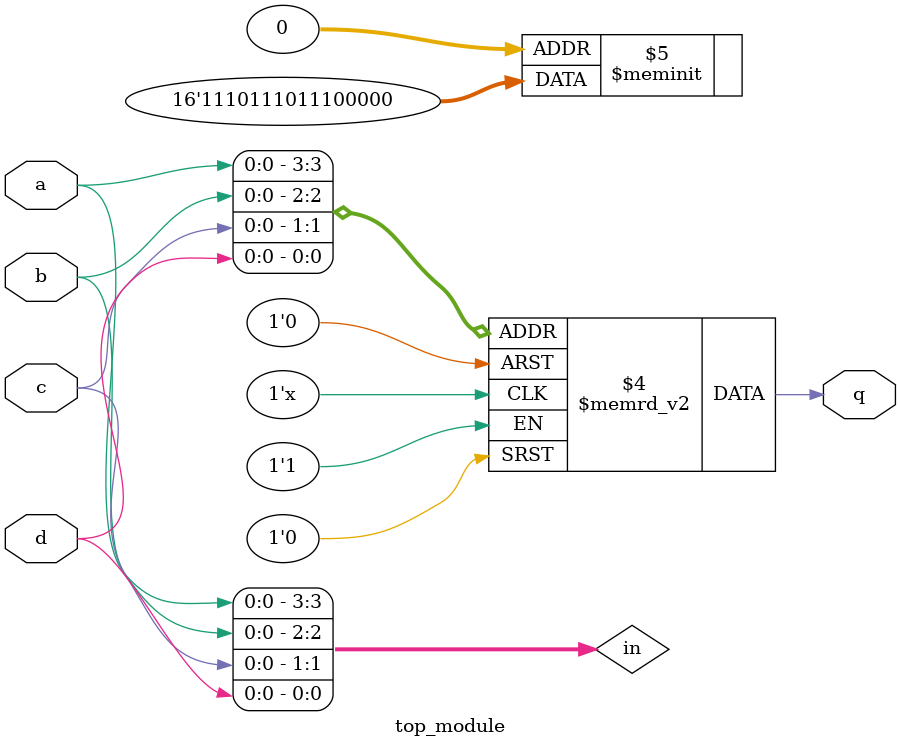
<source format=v>
module top_module (
    input a,
    input b,
    input c,
    input d,
    output q );

    /*
    This exercise can use the similar concept as exercise 2
    But this time we use case statement, because it is easier to check with human's eye
    */

    wire [3:0]in;
    assign in = {a,b,c,d};

    always @(*) begin
        case(in)
            4'b0101: q = 1;
            4'b0110: q = 1;
            4'b0111: q = 1;
            4'b1001: q = 1;
            4'b1010: q = 1;
            4'b1011: q = 1;
            4'b1101: q = 1;
            4'b1110: q = 1;
            4'b1111: q = 1;
            default: q = 0;
        endcase
    end 

endmodule

</source>
